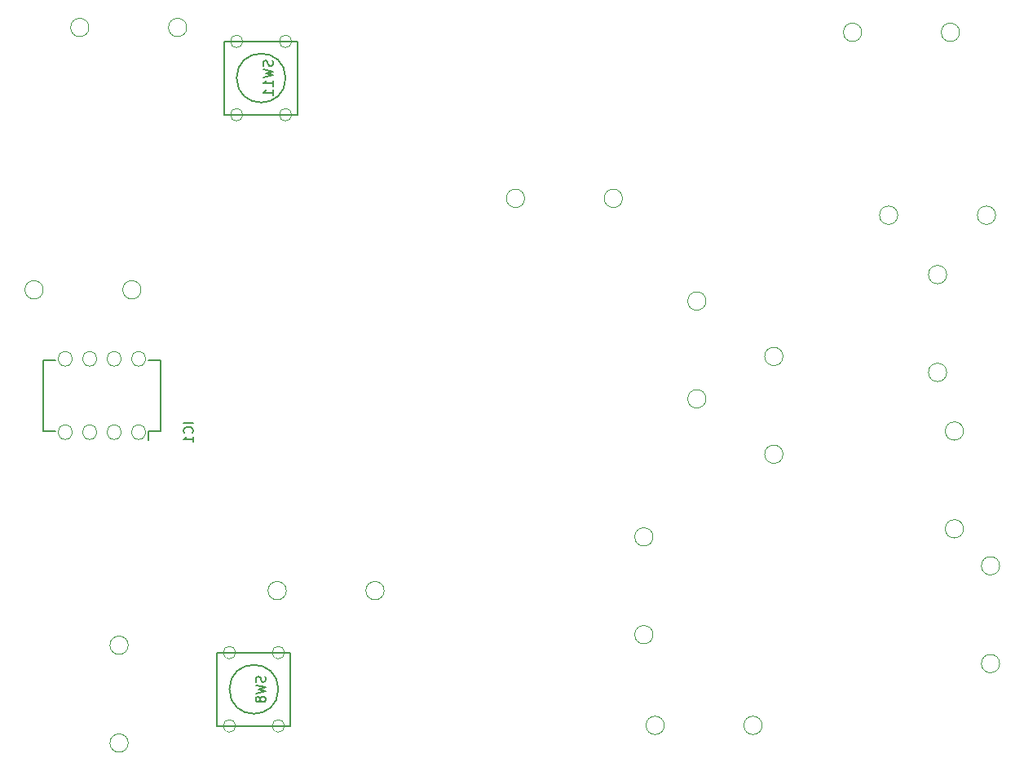
<source format=gbo>
G04 #@! TF.FileFunction,Legend,Bot*
%FSLAX46Y46*%
G04 Gerber Fmt 4.6, Leading zero omitted, Abs format (unit mm)*
G04 Created by KiCad (PCBNEW (2015-12-28 BZR 6407, Git 3dff6c0)-product) date Sun 24 Jan 2016 05:08:26 PM EST*
%MOMM*%
G01*
G04 APERTURE LIST*
%ADD10C,0.100000*%
%ADD11C,0.150000*%
G04 APERTURE END LIST*
D10*
D11*
X50825000Y-59405000D02*
X49555000Y-59405000D01*
X50825000Y-52055000D02*
X49555000Y-52055000D01*
X38615000Y-52055000D02*
X39885000Y-52055000D01*
X38615000Y-59405000D02*
X39885000Y-59405000D01*
X50825000Y-59405000D02*
X50825000Y-52055000D01*
X38615000Y-59405000D02*
X38615000Y-52055000D01*
X49555000Y-59405000D02*
X49555000Y-60340000D01*
X63040000Y-86250000D02*
G75*
G03X63040000Y-86250000I-2540000J0D01*
G01*
X64310000Y-90060000D02*
X64310000Y-82440000D01*
X64310000Y-82440000D02*
X56690000Y-82440000D01*
X56690000Y-82440000D02*
X56690000Y-90060000D01*
X64310000Y-90060000D02*
X56690000Y-90060000D01*
X63790000Y-22750000D02*
G75*
G03X63790000Y-22750000I-2540000J0D01*
G01*
X65060000Y-26560000D02*
X65060000Y-18940000D01*
X65060000Y-18940000D02*
X57440000Y-18940000D01*
X57440000Y-18940000D02*
X57440000Y-26560000D01*
X65060000Y-26560000D02*
X57440000Y-26560000D01*
D10*
X48530000Y-60290000D02*
X48530000Y-60290000D01*
X48530000Y-58790000D02*
X48530000Y-58790000D01*
X48530000Y-60290000D02*
G75*
G03X48530000Y-58790000I0J750000D01*
G01*
X48530000Y-58790000D02*
G75*
G03X48530000Y-60290000I0J-750000D01*
G01*
X45990000Y-60290000D02*
X45990000Y-60290000D01*
X45990000Y-58790000D02*
X45990000Y-58790000D01*
X45990000Y-60290000D02*
G75*
G03X45990000Y-58790000I0J750000D01*
G01*
X45990000Y-58790000D02*
G75*
G03X45990000Y-60290000I0J-750000D01*
G01*
X43450000Y-60290000D02*
X43450000Y-60290000D01*
X43450000Y-58790000D02*
X43450000Y-58790000D01*
X43450000Y-60290000D02*
G75*
G03X43450000Y-58790000I0J750000D01*
G01*
X43450000Y-58790000D02*
G75*
G03X43450000Y-60290000I0J-750000D01*
G01*
X40910000Y-60290000D02*
X40910000Y-60290000D01*
X40910000Y-58790000D02*
X40910000Y-58790000D01*
X40910000Y-60290000D02*
G75*
G03X40910000Y-58790000I0J750000D01*
G01*
X40910000Y-58790000D02*
G75*
G03X40910000Y-60290000I0J-750000D01*
G01*
X40910000Y-52670000D02*
X40910000Y-52670000D01*
X40910000Y-51170000D02*
X40910000Y-51170000D01*
X40910000Y-52670000D02*
G75*
G03X40910000Y-51170000I0J750000D01*
G01*
X40910000Y-51170000D02*
G75*
G03X40910000Y-52670000I0J-750000D01*
G01*
X43450000Y-52670000D02*
X43450000Y-52670000D01*
X43450000Y-51170000D02*
X43450000Y-51170000D01*
X43450000Y-52670000D02*
G75*
G03X43450000Y-51170000I0J750000D01*
G01*
X43450000Y-51170000D02*
G75*
G03X43450000Y-52670000I0J-750000D01*
G01*
X45990000Y-52670000D02*
X45990000Y-52670000D01*
X45990000Y-51170000D02*
X45990000Y-51170000D01*
X45990000Y-52670000D02*
G75*
G03X45990000Y-51170000I0J750000D01*
G01*
X45990000Y-51170000D02*
G75*
G03X45990000Y-52670000I0J-750000D01*
G01*
X48530000Y-52670000D02*
X48530000Y-52670000D01*
X48530000Y-51170000D02*
X48530000Y-51170000D01*
X48530000Y-52670000D02*
G75*
G03X48530000Y-51170000I0J750000D01*
G01*
X48530000Y-51170000D02*
G75*
G03X48530000Y-52670000I0J-750000D01*
G01*
X133779490Y-18000000D02*
G75*
G03X133779490Y-18000000I-949490J0D01*
G01*
X123619490Y-18000000D02*
G75*
G03X123619490Y-18000000I-949490J0D01*
G01*
X134199490Y-59420000D02*
G75*
G03X134199490Y-59420000I-949490J0D01*
G01*
X134199490Y-69580000D02*
G75*
G03X134199490Y-69580000I-949490J0D01*
G01*
X101949490Y-80580000D02*
G75*
G03X101949490Y-80580000I-949490J0D01*
G01*
X101949490Y-70420000D02*
G75*
G03X101949490Y-70420000I-949490J0D01*
G01*
X127369490Y-37000000D02*
G75*
G03X127369490Y-37000000I-949490J0D01*
G01*
X137529490Y-37000000D02*
G75*
G03X137529490Y-37000000I-949490J0D01*
G01*
X132449490Y-43170000D02*
G75*
G03X132449490Y-43170000I-949490J0D01*
G01*
X132449490Y-53330000D02*
G75*
G03X132449490Y-53330000I-949490J0D01*
G01*
X137949490Y-83580000D02*
G75*
G03X137949490Y-83580000I-949490J0D01*
G01*
X137949490Y-73420000D02*
G75*
G03X137949490Y-73420000I-949490J0D01*
G01*
X107449490Y-45920000D02*
G75*
G03X107449490Y-45920000I-949490J0D01*
G01*
X107449490Y-56080000D02*
G75*
G03X107449490Y-56080000I-949490J0D01*
G01*
X63869490Y-76000000D02*
G75*
G03X63869490Y-76000000I-949490J0D01*
G01*
X74029490Y-76000000D02*
G75*
G03X74029490Y-76000000I-949490J0D01*
G01*
X113279490Y-90000000D02*
G75*
G03X113279490Y-90000000I-949490J0D01*
G01*
X103119490Y-90000000D02*
G75*
G03X103119490Y-90000000I-949490J0D01*
G01*
X98779490Y-35250000D02*
G75*
G03X98779490Y-35250000I-949490J0D01*
G01*
X88619490Y-35250000D02*
G75*
G03X88619490Y-35250000I-949490J0D01*
G01*
X53529490Y-17500000D02*
G75*
G03X53529490Y-17500000I-949490J0D01*
G01*
X43369490Y-17500000D02*
G75*
G03X43369490Y-17500000I-949490J0D01*
G01*
X115449490Y-61830000D02*
G75*
G03X115449490Y-61830000I-949490J0D01*
G01*
X115449490Y-51670000D02*
G75*
G03X115449490Y-51670000I-949490J0D01*
G01*
X47449490Y-81670000D02*
G75*
G03X47449490Y-81670000I-949490J0D01*
G01*
X47449490Y-91830000D02*
G75*
G03X47449490Y-91830000I-949490J0D01*
G01*
X48779490Y-44750000D02*
G75*
G03X48779490Y-44750000I-949490J0D01*
G01*
X38619490Y-44750000D02*
G75*
G03X38619490Y-44750000I-949490J0D01*
G01*
X63688500Y-82440000D02*
G75*
G03X63688500Y-82440000I-648500J0D01*
G01*
X58608500Y-82440000D02*
G75*
G03X58608500Y-82440000I-648500J0D01*
G01*
X63688500Y-90060000D02*
G75*
G03X63688500Y-90060000I-648500J0D01*
G01*
X58608500Y-90060000D02*
G75*
G03X58608500Y-90060000I-648500J0D01*
G01*
X64438500Y-18940000D02*
G75*
G03X64438500Y-18940000I-648500J0D01*
G01*
X59358500Y-18940000D02*
G75*
G03X59358500Y-18940000I-648500J0D01*
G01*
X64438500Y-26560000D02*
G75*
G03X64438500Y-26560000I-648500J0D01*
G01*
X59358500Y-26560000D02*
G75*
G03X59358500Y-26560000I-648500J0D01*
G01*
D11*
X54202381Y-58563810D02*
X53202381Y-58563810D01*
X54107143Y-59611429D02*
X54154762Y-59563810D01*
X54202381Y-59420953D01*
X54202381Y-59325715D01*
X54154762Y-59182857D01*
X54059524Y-59087619D01*
X53964286Y-59040000D01*
X53773810Y-58992381D01*
X53630952Y-58992381D01*
X53440476Y-59040000D01*
X53345238Y-59087619D01*
X53250000Y-59182857D01*
X53202381Y-59325715D01*
X53202381Y-59420953D01*
X53250000Y-59563810D01*
X53297619Y-59611429D01*
X54202381Y-60563810D02*
X54202381Y-59992381D01*
X54202381Y-60278095D02*
X53202381Y-60278095D01*
X53345238Y-60182857D01*
X53440476Y-60087619D01*
X53488095Y-59992381D01*
X61666762Y-84916667D02*
X61714381Y-85059524D01*
X61714381Y-85297620D01*
X61666762Y-85392858D01*
X61619143Y-85440477D01*
X61523905Y-85488096D01*
X61428667Y-85488096D01*
X61333429Y-85440477D01*
X61285810Y-85392858D01*
X61238190Y-85297620D01*
X61190571Y-85107143D01*
X61142952Y-85011905D01*
X61095333Y-84964286D01*
X61000095Y-84916667D01*
X60904857Y-84916667D01*
X60809619Y-84964286D01*
X60762000Y-85011905D01*
X60714381Y-85107143D01*
X60714381Y-85345239D01*
X60762000Y-85488096D01*
X60714381Y-85821429D02*
X61714381Y-86059524D01*
X61000095Y-86250001D01*
X61714381Y-86440477D01*
X60714381Y-86678572D01*
X61142952Y-87202381D02*
X61095333Y-87107143D01*
X61047714Y-87059524D01*
X60952476Y-87011905D01*
X60904857Y-87011905D01*
X60809619Y-87059524D01*
X60762000Y-87107143D01*
X60714381Y-87202381D01*
X60714381Y-87392858D01*
X60762000Y-87488096D01*
X60809619Y-87535715D01*
X60904857Y-87583334D01*
X60952476Y-87583334D01*
X61047714Y-87535715D01*
X61095333Y-87488096D01*
X61142952Y-87392858D01*
X61142952Y-87202381D01*
X61190571Y-87107143D01*
X61238190Y-87059524D01*
X61333429Y-87011905D01*
X61523905Y-87011905D01*
X61619143Y-87059524D01*
X61666762Y-87107143D01*
X61714381Y-87202381D01*
X61714381Y-87392858D01*
X61666762Y-87488096D01*
X61619143Y-87535715D01*
X61523905Y-87583334D01*
X61333429Y-87583334D01*
X61238190Y-87535715D01*
X61190571Y-87488096D01*
X61142952Y-87392858D01*
X62416762Y-20940476D02*
X62464381Y-21083333D01*
X62464381Y-21321429D01*
X62416762Y-21416667D01*
X62369143Y-21464286D01*
X62273905Y-21511905D01*
X62178667Y-21511905D01*
X62083429Y-21464286D01*
X62035810Y-21416667D01*
X61988190Y-21321429D01*
X61940571Y-21130952D01*
X61892952Y-21035714D01*
X61845333Y-20988095D01*
X61750095Y-20940476D01*
X61654857Y-20940476D01*
X61559619Y-20988095D01*
X61512000Y-21035714D01*
X61464381Y-21130952D01*
X61464381Y-21369048D01*
X61512000Y-21511905D01*
X61464381Y-21845238D02*
X62464381Y-22083333D01*
X61750095Y-22273810D01*
X62464381Y-22464286D01*
X61464381Y-22702381D01*
X62464381Y-23607143D02*
X62464381Y-23035714D01*
X62464381Y-23321428D02*
X61464381Y-23321428D01*
X61607238Y-23226190D01*
X61702476Y-23130952D01*
X61750095Y-23035714D01*
X62464381Y-24559524D02*
X62464381Y-23988095D01*
X62464381Y-24273809D02*
X61464381Y-24273809D01*
X61607238Y-24178571D01*
X61702476Y-24083333D01*
X61750095Y-23988095D01*
M02*

</source>
